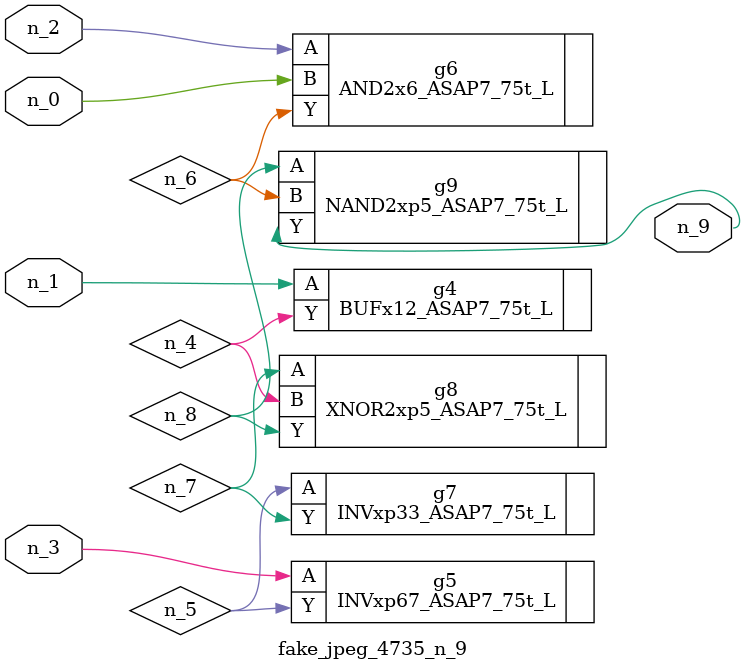
<source format=v>
module fake_jpeg_4735_n_9 (n_0, n_3, n_2, n_1, n_9);

input n_0;
input n_3;
input n_2;
input n_1;

output n_9;

wire n_4;
wire n_8;
wire n_6;
wire n_5;
wire n_7;

BUFx12_ASAP7_75t_L g4 ( 
.A(n_1),
.Y(n_4)
);

INVxp67_ASAP7_75t_L g5 ( 
.A(n_3),
.Y(n_5)
);

AND2x6_ASAP7_75t_L g6 ( 
.A(n_2),
.B(n_0),
.Y(n_6)
);

INVxp33_ASAP7_75t_L g7 ( 
.A(n_5),
.Y(n_7)
);

XNOR2xp5_ASAP7_75t_L g8 ( 
.A(n_7),
.B(n_4),
.Y(n_8)
);

NAND2xp5_ASAP7_75t_L g9 ( 
.A(n_8),
.B(n_6),
.Y(n_9)
);


endmodule
</source>
